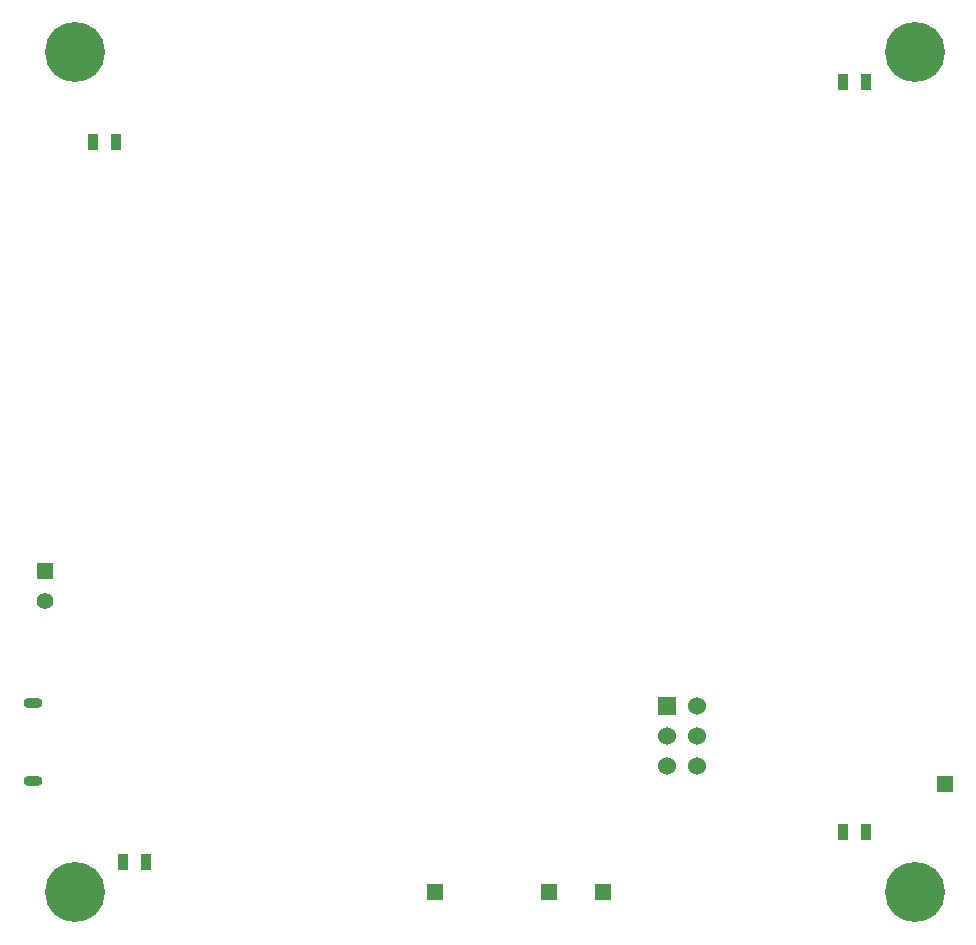
<source format=gbs>
G04 (created by PCBNEW (2013-07-07 BZR 4022)-stable) date 10/4/2015 12:30:07 PM*
%MOIN*%
G04 Gerber Fmt 3.4, Leading zero omitted, Abs format*
%FSLAX34Y34*%
G01*
G70*
G90*
G04 APERTURE LIST*
%ADD10C,0.00590551*%
%ADD11O,0.0629921X0.0354331*%
%ADD12R,0.06X0.06*%
%ADD13C,0.06*%
%ADD14R,0.055X0.055*%
%ADD15C,0.055*%
%ADD16R,0.035X0.055*%
%ADD17C,0.2*%
G04 APERTURE END LIST*
G54D10*
G54D11*
X62600Y-80299D03*
X62600Y-77700D03*
G54D12*
X83750Y-77800D03*
G54D13*
X84750Y-77800D03*
X83750Y-78800D03*
X84750Y-78800D03*
X83750Y-79800D03*
X84750Y-79800D03*
G54D14*
X63000Y-73300D03*
G54D15*
X63000Y-74300D03*
G54D14*
X76000Y-84000D03*
X79800Y-84000D03*
X81600Y-84000D03*
X93000Y-80400D03*
G54D16*
X89625Y-57000D03*
X90375Y-57000D03*
X65375Y-59000D03*
X64625Y-59000D03*
X66375Y-83000D03*
X65625Y-83000D03*
X89625Y-82000D03*
X90375Y-82000D03*
G54D17*
X64000Y-56000D03*
X92000Y-56000D03*
X92000Y-84000D03*
X64000Y-84000D03*
M02*

</source>
